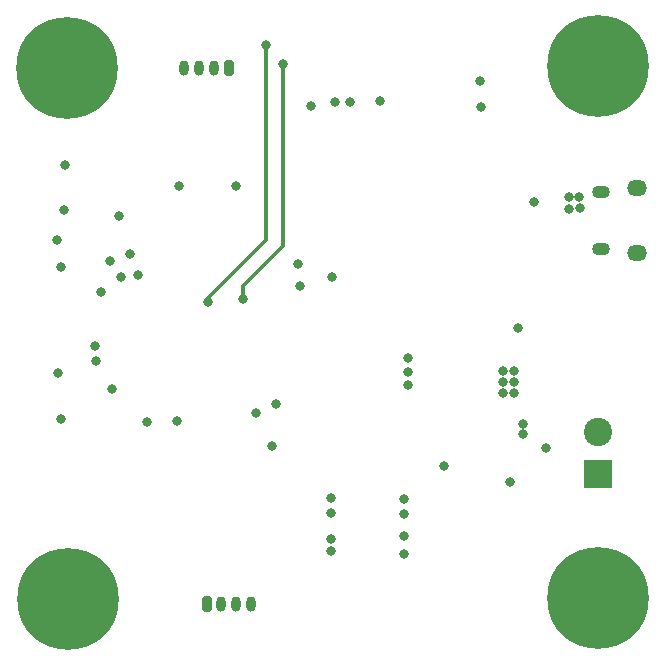
<source format=gbr>
%TF.GenerationSoftware,KiCad,Pcbnew,(5.99.0-7547-g7565f60a03)*%
%TF.CreationDate,2020-12-15T07:52:55+08:00*%
%TF.ProjectId,STM32F4_REV2,53544d33-3246-4345-9f52-4556322e6b69,rev?*%
%TF.SameCoordinates,Original*%
%TF.FileFunction,Copper,L4,Bot*%
%TF.FilePolarity,Positive*%
%FSLAX46Y46*%
G04 Gerber Fmt 4.6, Leading zero omitted, Abs format (unit mm)*
G04 Created by KiCad (PCBNEW (5.99.0-7547-g7565f60a03)) date 2020-12-15 07:52:55*
%MOMM*%
%LPD*%
G01*
G04 APERTURE LIST*
G04 Aperture macros list*
%AMRoundRect*
0 Rectangle with rounded corners*
0 $1 Rounding radius*
0 $2 $3 $4 $5 $6 $7 $8 $9 X,Y pos of 4 corners*
0 Add a 4 corners polygon primitive as box body*
4,1,4,$2,$3,$4,$5,$6,$7,$8,$9,$2,$3,0*
0 Add four circle primitives for the rounded corners*
1,1,$1+$1,$2,$3,0*
1,1,$1+$1,$4,$5,0*
1,1,$1+$1,$6,$7,0*
1,1,$1+$1,$8,$9,0*
0 Add four rect primitives between the rounded corners*
20,1,$1+$1,$2,$3,$4,$5,0*
20,1,$1+$1,$4,$5,$6,$7,0*
20,1,$1+$1,$6,$7,$8,$9,0*
20,1,$1+$1,$8,$9,$2,$3,0*%
G04 Aperture macros list end*
%TA.AperFunction,ComponentPad*%
%ADD10O,1.700000X1.350000*%
%TD*%
%TA.AperFunction,ComponentPad*%
%ADD11O,1.500000X1.100000*%
%TD*%
%TA.AperFunction,ComponentPad*%
%ADD12R,2.400000X2.400000*%
%TD*%
%TA.AperFunction,ComponentPad*%
%ADD13C,2.400000*%
%TD*%
%TA.AperFunction,ComponentPad*%
%ADD14RoundRect,0.200000X0.200000X0.450000X-0.200000X0.450000X-0.200000X-0.450000X0.200000X-0.450000X0*%
%TD*%
%TA.AperFunction,ComponentPad*%
%ADD15O,0.800000X1.300000*%
%TD*%
%TA.AperFunction,ComponentPad*%
%ADD16C,0.900000*%
%TD*%
%TA.AperFunction,ComponentPad*%
%ADD17C,8.600000*%
%TD*%
%TA.AperFunction,ComponentPad*%
%ADD18RoundRect,0.200000X-0.200000X-0.450000X0.200000X-0.450000X0.200000X0.450000X-0.200000X0.450000X0*%
%TD*%
%TA.AperFunction,ViaPad*%
%ADD19C,0.800000*%
%TD*%
%TA.AperFunction,Conductor*%
%ADD20C,0.300000*%
%TD*%
G04 APERTURE END LIST*
D10*
%TO.P,J5,6,Shield*%
%TO.N,no_connect_43*%
X138475000Y-81425000D03*
D11*
X135475000Y-81735000D03*
D10*
X138475000Y-86885000D03*
D11*
X135475000Y-86575000D03*
%TD*%
D12*
%TO.P,J1,1,Pin_1*%
%TO.N,+12V*%
X135150000Y-105620000D03*
D13*
%TO.P,J1,2,Pin_2*%
%TO.N,GND*%
X135150000Y-102120000D03*
%TD*%
D14*
%TO.P,J3,1,Pin_1*%
%TO.N,no_connect_38*%
X103925000Y-71225000D03*
D15*
%TO.P,J3,2,Pin_2*%
%TO.N,12C1_SCL*%
X102675000Y-71225000D03*
%TO.P,J3,3,Pin_3*%
%TO.N,12C1_SDA*%
X101425000Y-71225000D03*
%TO.P,J3,4,Pin_4*%
%TO.N,no_connect_39*%
X100175000Y-71225000D03*
%TD*%
D16*
%TO.P,H2,1,1*%
%TO.N,GND*%
X132919581Y-73390419D03*
X135200000Y-74335000D03*
X138425000Y-71110000D03*
X137480419Y-68829581D03*
D17*
X135200000Y-71110000D03*
D16*
X132919581Y-68829581D03*
X135200000Y-67885000D03*
X131975000Y-71110000D03*
X137480419Y-73390419D03*
%TD*%
%TO.P,H4,1,1*%
%TO.N,GND*%
X90200000Y-74475000D03*
X92480419Y-73530419D03*
X86975000Y-71250000D03*
X87919581Y-68969581D03*
X87919581Y-73530419D03*
X90200000Y-68025000D03*
X93425000Y-71250000D03*
X92480419Y-68969581D03*
D17*
X90200000Y-71250000D03*
%TD*%
D18*
%TO.P,J4,1,Pin_1*%
%TO.N,no_connect_40*%
X102050000Y-116650000D03*
D15*
%TO.P,J4,2,Pin_2*%
%TO.N,USART3_TX*%
X103300000Y-116650000D03*
%TO.P,J4,3,Pin_3*%
%TO.N,USART3_RX*%
X104550000Y-116650000D03*
%TO.P,J4,4,Pin_4*%
%TO.N,no_connect_41*%
X105800000Y-116650000D03*
%TD*%
D16*
%TO.P,H1,1,1*%
%TO.N,GND*%
X93575000Y-116250000D03*
X92630419Y-118530419D03*
X92630419Y-113969581D03*
X90350000Y-113025000D03*
X87125000Y-116250000D03*
X90350000Y-119475000D03*
X88069581Y-113969581D03*
D17*
X90350000Y-116250000D03*
D16*
X88069581Y-118530419D03*
%TD*%
%TO.P,H3,1,1*%
%TO.N,GND*%
X132869581Y-113819581D03*
X135150000Y-112875000D03*
X135150000Y-119325000D03*
X137430419Y-113819581D03*
X131925000Y-116100000D03*
D17*
X135150000Y-116100000D03*
D16*
X132869581Y-118380419D03*
X137430419Y-118380419D03*
X138375000Y-116100000D03*
%TD*%
D19*
%TO.N,GND*%
X119125000Y-98125000D03*
X119100000Y-96975000D03*
X119100000Y-95800000D03*
%TO.N,+3V3*%
X109950000Y-89725000D03*
%TO.N,GND*%
X133625000Y-83150000D03*
X132700000Y-83175000D03*
X132725000Y-82150000D03*
X133575000Y-82150000D03*
X128850000Y-102275000D03*
X128850000Y-101375000D03*
X128050000Y-98750000D03*
X127125000Y-98750000D03*
X127125000Y-97850000D03*
X128050000Y-97850000D03*
X128050000Y-96925000D03*
X127125000Y-96925000D03*
X107925000Y-99725000D03*
X109825000Y-87825000D03*
X118725000Y-110850000D03*
X116775000Y-74025000D03*
X125225000Y-72400000D03*
X107600000Y-103250000D03*
X122150000Y-104975000D03*
X93875000Y-87600000D03*
X89475000Y-97125000D03*
X112900000Y-74125000D03*
X128450000Y-93250000D03*
X92700000Y-96050000D03*
X118750000Y-112425000D03*
X112675000Y-88950000D03*
X94825000Y-89000000D03*
X114225000Y-74100000D03*
X129800000Y-82575000D03*
X97025000Y-101200000D03*
X89700000Y-101000000D03*
X96225000Y-88800000D03*
X95600000Y-87050000D03*
X89975000Y-83275000D03*
X89750000Y-88125000D03*
X118725000Y-109000000D03*
X92625000Y-94775000D03*
X127775000Y-106350000D03*
X118775000Y-107725000D03*
%TO.N,+3V3*%
X112625000Y-107675000D03*
X99700000Y-81275000D03*
X94650000Y-83775000D03*
X106200000Y-100475000D03*
X112575000Y-112125000D03*
X94075000Y-98400000D03*
X130750000Y-103450000D03*
X93075000Y-90200000D03*
X104550000Y-81275000D03*
X112575000Y-108975000D03*
X125250000Y-74550000D03*
X112575000Y-111100000D03*
X110850000Y-74500000D03*
X90025000Y-79500000D03*
X89425000Y-85850000D03*
X99525000Y-101175000D03*
%TO.N,SWDIO*%
X105148942Y-90823942D03*
X108500000Y-70950000D03*
%TO.N,NRST*%
X102150000Y-91100000D03*
X107112852Y-69281456D03*
%TD*%
D20*
%TO.N,SWDIO*%
X105148942Y-89701058D02*
X105148942Y-90823942D01*
X108500000Y-86350000D02*
X105148942Y-89701058D01*
X108500000Y-70950000D02*
X108500000Y-86350000D01*
%TO.N,NRST*%
X107112852Y-69281456D02*
X107112852Y-85787148D01*
X107112852Y-85787148D02*
X106050000Y-86850000D01*
X102100000Y-90800000D02*
X102100000Y-91050000D01*
X106050000Y-86850000D02*
X102100000Y-90800000D01*
X102100000Y-91050000D02*
X102150000Y-91100000D01*
%TD*%
M02*

</source>
